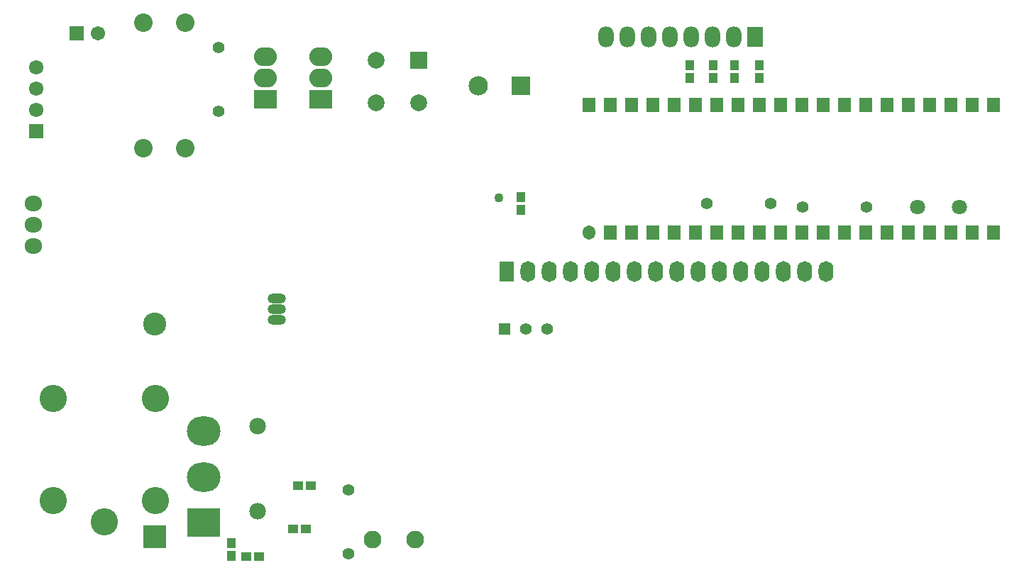
<source format=gbs>
G04 Layer_Color=16711935*
%FSLAX44Y44*%
%MOMM*%
G71*
G01*
G75*
%ADD51R,2.0032X2.0032*%
%ADD52C,2.0032*%
%ADD53C,2.3032*%
%ADD54R,2.3032X2.3032*%
%ADD55R,2.7432X2.2352*%
%ADD56O,2.7432X2.2352*%
%ADD57C,2.2032*%
%ADD58R,4.0132X3.5052*%
%ADD59O,4.0132X3.5052*%
%ADD60C,1.9812*%
%ADD61O,2.2032X1.2032*%
%ADD62O,2.2032X1.2032*%
%ADD63C,1.8032*%
%ADD64C,1.4032*%
%ADD65O,1.5032X1.7032*%
%ADD66R,1.4986X1.7018*%
%ADD67C,2.7432*%
%ADD68R,2.7432X2.7432*%
%ADD69C,2.1082*%
%ADD70R,1.7032X1.7032*%
%ADD71C,1.7032*%
%ADD72O,1.7780X2.4892*%
%ADD73R,1.7780X2.4892*%
%ADD74C,1.7232*%
%ADD75R,1.7232X1.7232*%
%ADD76O,1.8542X2.4892*%
%ADD77R,1.8542X2.4892*%
%ADD78O,2.1082X1.8542*%
%ADD79R,1.4032X1.4032*%
%ADD80C,3.2512*%
%ADD81C,1.0922*%
%ADD82R,1.1524X1.1024*%
%ADD83R,1.1024X1.1524*%
D51*
X487680Y615950D02*
D03*
D52*
X436880D02*
D03*
Y565150D02*
D03*
X487680D02*
D03*
D53*
X558800Y585470D02*
D03*
D54*
X609600D02*
D03*
D55*
X370840Y568960D02*
D03*
X304800D02*
D03*
D56*
X370840Y594360D02*
D03*
Y619760D02*
D03*
X304800Y594360D02*
D03*
Y619760D02*
D03*
D57*
X209150Y510470D02*
D03*
Y660470D02*
D03*
X159150D02*
D03*
Y510470D02*
D03*
D58*
X231140Y63500D02*
D03*
D59*
Y118110D02*
D03*
Y172720D02*
D03*
D60*
X295910Y179070D02*
D03*
Y77470D02*
D03*
D61*
X318770Y331470D02*
D03*
Y306070D02*
D03*
D62*
Y318770D02*
D03*
D63*
X1133193Y440683D02*
D03*
X1083192D02*
D03*
D64*
X403860Y102870D02*
D03*
Y26670D02*
D03*
X1022350Y440690D02*
D03*
X946150D02*
D03*
X908050Y444500D02*
D03*
X831850D02*
D03*
X248920Y631190D02*
D03*
Y554990D02*
D03*
X615950Y294640D02*
D03*
X641350D02*
D03*
D65*
X690880Y410210D02*
D03*
D66*
X716280D02*
D03*
X741680D02*
D03*
X767080D02*
D03*
X792480D02*
D03*
X817880D02*
D03*
X843280D02*
D03*
X868680D02*
D03*
X894080D02*
D03*
X919480D02*
D03*
X944880D02*
D03*
X970280D02*
D03*
X995680D02*
D03*
X1021080D02*
D03*
X1046480D02*
D03*
X1071880D02*
D03*
X1097280D02*
D03*
X1122680D02*
D03*
X1148080D02*
D03*
X1173480D02*
D03*
Y562610D02*
D03*
X1148080D02*
D03*
X1122680D02*
D03*
X1097280D02*
D03*
X1071880D02*
D03*
X1046480D02*
D03*
X1021080D02*
D03*
X995680D02*
D03*
X970280D02*
D03*
X944880D02*
D03*
X919480D02*
D03*
X894080D02*
D03*
X868680D02*
D03*
X843280D02*
D03*
X817880D02*
D03*
X792480D02*
D03*
X767080D02*
D03*
X741680D02*
D03*
X716280D02*
D03*
X690880D02*
D03*
D67*
X172720Y300990D02*
D03*
D68*
Y46990D02*
D03*
D69*
X433070Y43180D02*
D03*
X483870D02*
D03*
D70*
X80010Y647700D02*
D03*
D71*
X105410D02*
D03*
D72*
X974090Y363220D02*
D03*
X948690D02*
D03*
X923290D02*
D03*
X897890D02*
D03*
X872490D02*
D03*
X847090D02*
D03*
X821690D02*
D03*
X796290D02*
D03*
X770890D02*
D03*
X745490D02*
D03*
X720090D02*
D03*
X694690D02*
D03*
X669290D02*
D03*
X643890D02*
D03*
X618490D02*
D03*
D73*
X593090D02*
D03*
D74*
X31750Y607060D02*
D03*
Y581660D02*
D03*
Y556260D02*
D03*
D75*
Y530860D02*
D03*
D76*
X736600Y643890D02*
D03*
X787400D02*
D03*
X863600D02*
D03*
X838200D02*
D03*
X812800D02*
D03*
X762000D02*
D03*
X711200D02*
D03*
D77*
X889000D02*
D03*
D78*
X27940Y393954D02*
D03*
Y418846D02*
D03*
Y444500D02*
D03*
D79*
X590550Y294640D02*
D03*
D80*
X52070Y90170D02*
D03*
X173990Y212090D02*
D03*
X113030Y64770D02*
D03*
X52070Y212090D02*
D03*
X173990Y90170D02*
D03*
D81*
X583692Y451612D02*
D03*
D82*
X344290Y107950D02*
D03*
X359290D02*
D03*
X337940Y55880D02*
D03*
X352940D02*
D03*
X282060Y22860D02*
D03*
X297060D02*
D03*
D83*
X609600Y452000D02*
D03*
Y437000D02*
D03*
X894080Y609480D02*
D03*
Y594480D02*
D03*
X864870Y609480D02*
D03*
Y594480D02*
D03*
X839470Y609480D02*
D03*
Y594480D02*
D03*
X811530Y609480D02*
D03*
Y594480D02*
D03*
X264160Y39250D02*
D03*
Y24250D02*
D03*
M02*

</source>
